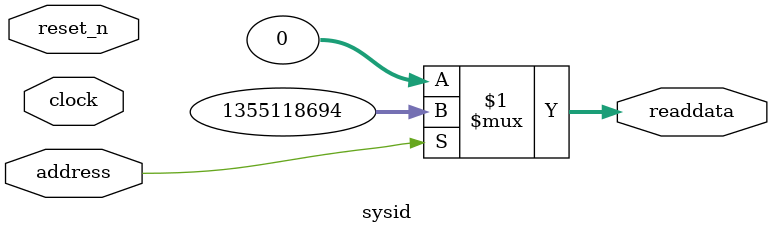
<source format=v>

`timescale 1ns / 1ps
// synthesis translate_on

// turn off superfluous verilog processor warnings 
// altera message_level Level1 
// altera message_off 10034 10035 10036 10037 10230 10240 10030 

module sysid (
               // inputs:
                address,
                clock,
                reset_n,

               // outputs:
                readdata
             )
;

  output  [ 31: 0] readdata;
  input            address;
  input            clock;
  input            reset_n;

  wire    [ 31: 0] readdata;
  //control_slave, which is an e_avalon_slave
  assign readdata = address ? 1355118694 : 0;

endmodule


</source>
